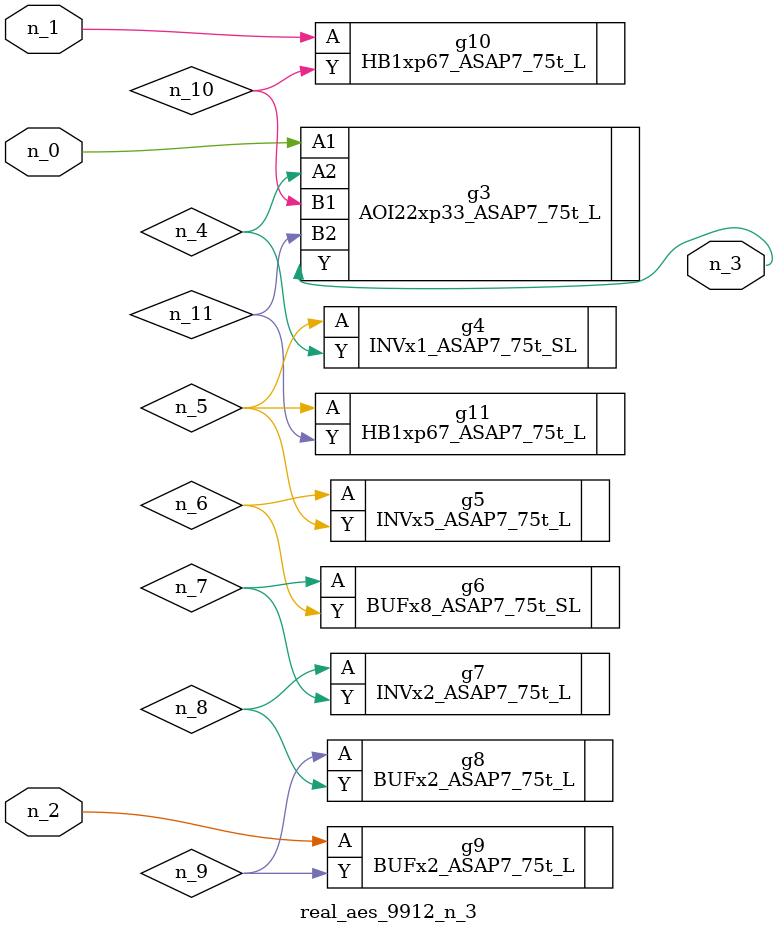
<source format=v>
module real_aes_9912_n_3 (n_0, n_2, n_1, n_3);
input n_0;
input n_2;
input n_1;
output n_3;
wire n_4;
wire n_5;
wire n_7;
wire n_8;
wire n_6;
wire n_9;
wire n_10;
wire n_11;
AOI22xp33_ASAP7_75t_L g3 ( .A1(n_0), .A2(n_4), .B1(n_10), .B2(n_11), .Y(n_3) );
HB1xp67_ASAP7_75t_L g10 ( .A(n_1), .Y(n_10) );
BUFx2_ASAP7_75t_L g9 ( .A(n_2), .Y(n_9) );
INVx1_ASAP7_75t_SL g4 ( .A(n_5), .Y(n_4) );
HB1xp67_ASAP7_75t_L g11 ( .A(n_5), .Y(n_11) );
INVx5_ASAP7_75t_L g5 ( .A(n_6), .Y(n_5) );
BUFx8_ASAP7_75t_SL g6 ( .A(n_7), .Y(n_6) );
INVx2_ASAP7_75t_L g7 ( .A(n_8), .Y(n_7) );
BUFx2_ASAP7_75t_L g8 ( .A(n_9), .Y(n_8) );
endmodule
</source>
